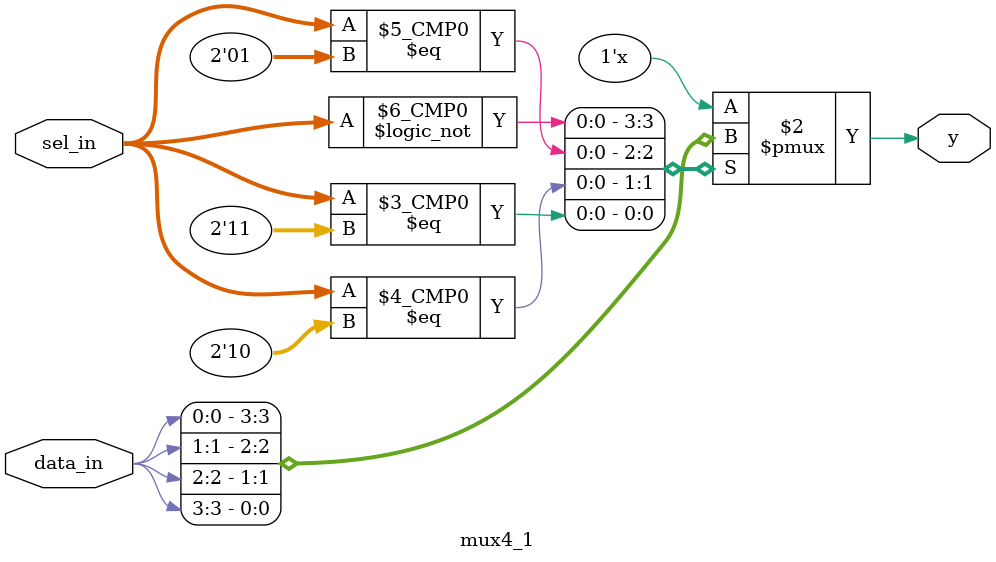
<source format=v>

module mux4_1(data_in,
	      sel_in,
	      y);

   //Step1 : Define the port directions with proper size & datatypes 
   input [3:0] data_in;
   input [1:0] sel_in;
   output reg y;

   //Step2 : Write the MUX behaviour as a parallel logic using "case" 
   always@ (*) begin
	   case (sel_in)
		   2'b00 : y = data_in[0];
		   2'b01 : y = data_in[1];
		   2'b10 : y = data_in[2];
		   2'b11 : y = data_in[3];
		   default: y = 1'bz;
	   endcase
   end


endmodule
		

</source>
